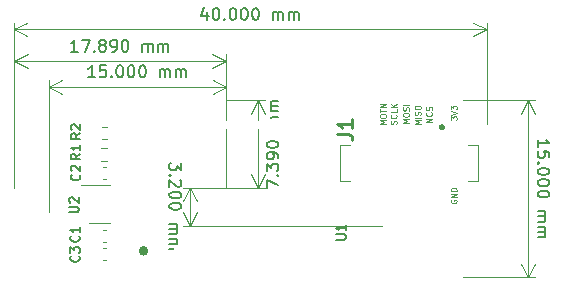
<source format=gto>
%TF.GenerationSoftware,KiCad,Pcbnew,(5.1.4)-1*%
%TF.CreationDate,2025-05-10T17:32:09-04:00*%
%TF.ProjectId,PMW3360,504d5733-3336-4302-9e6b-696361645f70,rev?*%
%TF.SameCoordinates,Original*%
%TF.FileFunction,Legend,Top*%
%TF.FilePolarity,Positive*%
%FSLAX46Y46*%
G04 Gerber Fmt 4.6, Leading zero omitted, Abs format (unit mm)*
G04 Created by KiCad (PCBNEW (5.1.4)-1) date 2025-05-10 17:32:09*
%MOMM*%
%LPD*%
G04 APERTURE LIST*
%ADD10C,0.150000*%
%ADD11C,0.120000*%
%ADD12C,0.100000*%
%ADD13C,0.400000*%
%ADD14C,0.254000*%
%ADD15C,2.200000*%
%ADD16R,0.800000X1.500000*%
%ADD17R,0.600000X1.500000*%
%ADD18C,1.200000*%
%ADD19R,1.200000X1.200000*%
%ADD20R,1.060000X0.650000*%
%ADD21C,0.800000*%
%ADD22C,0.900000*%
G04 APERTURE END LIST*
D10*
X162532380Y-104859285D02*
X162532380Y-104192619D01*
X163532380Y-104621190D01*
X163437142Y-103811666D02*
X163484761Y-103764047D01*
X163532380Y-103811666D01*
X163484761Y-103859285D01*
X163437142Y-103811666D01*
X163532380Y-103811666D01*
X162532380Y-103430714D02*
X162532380Y-102811666D01*
X162913333Y-103145000D01*
X162913333Y-103002142D01*
X162960952Y-102906904D01*
X163008571Y-102859285D01*
X163103809Y-102811666D01*
X163341904Y-102811666D01*
X163437142Y-102859285D01*
X163484761Y-102906904D01*
X163532380Y-103002142D01*
X163532380Y-103287857D01*
X163484761Y-103383095D01*
X163437142Y-103430714D01*
X163532380Y-102335476D02*
X163532380Y-102145000D01*
X163484761Y-102049761D01*
X163437142Y-102002142D01*
X163294285Y-101906904D01*
X163103809Y-101859285D01*
X162722857Y-101859285D01*
X162627619Y-101906904D01*
X162580000Y-101954523D01*
X162532380Y-102049761D01*
X162532380Y-102240238D01*
X162580000Y-102335476D01*
X162627619Y-102383095D01*
X162722857Y-102430714D01*
X162960952Y-102430714D01*
X163056190Y-102383095D01*
X163103809Y-102335476D01*
X163151428Y-102240238D01*
X163151428Y-102049761D01*
X163103809Y-101954523D01*
X163056190Y-101906904D01*
X162960952Y-101859285D01*
X162532380Y-101240238D02*
X162532380Y-101145000D01*
X162580000Y-101049761D01*
X162627619Y-101002142D01*
X162722857Y-100954523D01*
X162913333Y-100906904D01*
X163151428Y-100906904D01*
X163341904Y-100954523D01*
X163437142Y-101002142D01*
X163484761Y-101049761D01*
X163532380Y-101145000D01*
X163532380Y-101240238D01*
X163484761Y-101335476D01*
X163437142Y-101383095D01*
X163341904Y-101430714D01*
X163151428Y-101478333D01*
X162913333Y-101478333D01*
X162722857Y-101430714D01*
X162627619Y-101383095D01*
X162580000Y-101335476D01*
X162532380Y-101240238D01*
X163532380Y-99716428D02*
X162865714Y-99716428D01*
X162960952Y-99716428D02*
X162913333Y-99668809D01*
X162865714Y-99573571D01*
X162865714Y-99430714D01*
X162913333Y-99335476D01*
X163008571Y-99287857D01*
X163532380Y-99287857D01*
X163008571Y-99287857D02*
X162913333Y-99240238D01*
X162865714Y-99145000D01*
X162865714Y-99002142D01*
X162913333Y-98906904D01*
X163008571Y-98859285D01*
X163532380Y-98859285D01*
X163532380Y-98383095D02*
X162865714Y-98383095D01*
X162960952Y-98383095D02*
X162913333Y-98335476D01*
X162865714Y-98240238D01*
X162865714Y-98097380D01*
X162913333Y-98002142D01*
X163008571Y-97954523D01*
X163532380Y-97954523D01*
X163008571Y-97954523D02*
X162913333Y-97906904D01*
X162865714Y-97811666D01*
X162865714Y-97668809D01*
X162913333Y-97573571D01*
X163008571Y-97525952D01*
X163532380Y-97525952D01*
D11*
X161810000Y-104840000D02*
X161810000Y-97450000D01*
X159080000Y-104840000D02*
X162396421Y-104840000D01*
X159080000Y-97450000D02*
X162396421Y-97450000D01*
X161810000Y-97450000D02*
X162396421Y-98576504D01*
X161810000Y-97450000D02*
X161223579Y-98576504D01*
X161810000Y-104840000D02*
X162396421Y-103713496D01*
X161810000Y-104840000D02*
X161223579Y-103713496D01*
D10*
X155297619Y-102745714D02*
X155297619Y-103364761D01*
X154916666Y-103031428D01*
X154916666Y-103174285D01*
X154869047Y-103269523D01*
X154821428Y-103317142D01*
X154726190Y-103364761D01*
X154488095Y-103364761D01*
X154392857Y-103317142D01*
X154345238Y-103269523D01*
X154297619Y-103174285D01*
X154297619Y-102888571D01*
X154345238Y-102793333D01*
X154392857Y-102745714D01*
X154392857Y-103793333D02*
X154345238Y-103840952D01*
X154297619Y-103793333D01*
X154345238Y-103745714D01*
X154392857Y-103793333D01*
X154297619Y-103793333D01*
X155202380Y-104221904D02*
X155250000Y-104269523D01*
X155297619Y-104364761D01*
X155297619Y-104602857D01*
X155250000Y-104698095D01*
X155202380Y-104745714D01*
X155107142Y-104793333D01*
X155011904Y-104793333D01*
X154869047Y-104745714D01*
X154297619Y-104174285D01*
X154297619Y-104793333D01*
X155297619Y-105412380D02*
X155297619Y-105507619D01*
X155250000Y-105602857D01*
X155202380Y-105650476D01*
X155107142Y-105698095D01*
X154916666Y-105745714D01*
X154678571Y-105745714D01*
X154488095Y-105698095D01*
X154392857Y-105650476D01*
X154345238Y-105602857D01*
X154297619Y-105507619D01*
X154297619Y-105412380D01*
X154345238Y-105317142D01*
X154392857Y-105269523D01*
X154488095Y-105221904D01*
X154678571Y-105174285D01*
X154916666Y-105174285D01*
X155107142Y-105221904D01*
X155202380Y-105269523D01*
X155250000Y-105317142D01*
X155297619Y-105412380D01*
X155297619Y-106364761D02*
X155297619Y-106460000D01*
X155250000Y-106555238D01*
X155202380Y-106602857D01*
X155107142Y-106650476D01*
X154916666Y-106698095D01*
X154678571Y-106698095D01*
X154488095Y-106650476D01*
X154392857Y-106602857D01*
X154345238Y-106555238D01*
X154297619Y-106460000D01*
X154297619Y-106364761D01*
X154345238Y-106269523D01*
X154392857Y-106221904D01*
X154488095Y-106174285D01*
X154678571Y-106126666D01*
X154916666Y-106126666D01*
X155107142Y-106174285D01*
X155202380Y-106221904D01*
X155250000Y-106269523D01*
X155297619Y-106364761D01*
X154297619Y-107888571D02*
X154964285Y-107888571D01*
X154869047Y-107888571D02*
X154916666Y-107936190D01*
X154964285Y-108031428D01*
X154964285Y-108174285D01*
X154916666Y-108269523D01*
X154821428Y-108317142D01*
X154297619Y-108317142D01*
X154821428Y-108317142D02*
X154916666Y-108364761D01*
X154964285Y-108460000D01*
X154964285Y-108602857D01*
X154916666Y-108698095D01*
X154821428Y-108745714D01*
X154297619Y-108745714D01*
X154297619Y-109221904D02*
X154964285Y-109221904D01*
X154869047Y-109221904D02*
X154916666Y-109269523D01*
X154964285Y-109364761D01*
X154964285Y-109507619D01*
X154916666Y-109602857D01*
X154821428Y-109650476D01*
X154297619Y-109650476D01*
X154821428Y-109650476D02*
X154916666Y-109698095D01*
X154964285Y-109793333D01*
X154964285Y-109936190D01*
X154916666Y-110031428D01*
X154821428Y-110079047D01*
X154297619Y-110079047D01*
D11*
X156020000Y-104860000D02*
X156020000Y-108060000D01*
X159040000Y-104860000D02*
X155433579Y-104860000D01*
X159040000Y-108060000D02*
X155433579Y-108060000D01*
X156020000Y-108060000D02*
X155433579Y-106933496D01*
X156020000Y-108060000D02*
X156606421Y-106933496D01*
X156020000Y-104860000D02*
X155433579Y-105986504D01*
X156020000Y-104860000D02*
X156606421Y-105986504D01*
X173950000Y-108050000D02*
X157950000Y-108050000D01*
D10*
X148004807Y-95480200D02*
X147433379Y-95479819D01*
X147719093Y-95480010D02*
X147719760Y-94480010D01*
X147624426Y-94622804D01*
X147529125Y-94717978D01*
X147433855Y-94765534D01*
X148910236Y-94480804D02*
X148434045Y-94480486D01*
X148386109Y-94956645D01*
X148433759Y-94909058D01*
X148529029Y-94861502D01*
X148767124Y-94861661D01*
X148862331Y-94909343D01*
X148909918Y-94956994D01*
X148957474Y-95052264D01*
X148957315Y-95290359D01*
X148909632Y-95385566D01*
X148861982Y-95433153D01*
X148766712Y-95480708D01*
X148528617Y-95480550D01*
X148433410Y-95432867D01*
X148385823Y-95385216D01*
X149385823Y-95385883D02*
X149433410Y-95433534D01*
X149385759Y-95481121D01*
X149338172Y-95433470D01*
X149385823Y-95385883D01*
X149385759Y-95481121D01*
X150053092Y-94481566D02*
X150148330Y-94481629D01*
X150243537Y-94529312D01*
X150291124Y-94576963D01*
X150338680Y-94672232D01*
X150386172Y-94862740D01*
X150386013Y-95100835D01*
X150338267Y-95291280D01*
X150290584Y-95386486D01*
X150242934Y-95434073D01*
X150147664Y-95481629D01*
X150052426Y-95481565D01*
X149957219Y-95433883D01*
X149909632Y-95386232D01*
X149862077Y-95290962D01*
X149814585Y-95100454D01*
X149814743Y-94862359D01*
X149862489Y-94671915D01*
X149910172Y-94576709D01*
X149957823Y-94529121D01*
X150053092Y-94481566D01*
X151005473Y-94482201D02*
X151100711Y-94482264D01*
X151195918Y-94529947D01*
X151243505Y-94577597D01*
X151291060Y-94672867D01*
X151338552Y-94863375D01*
X151338394Y-95101470D01*
X151290648Y-95291915D01*
X151242965Y-95387121D01*
X151195314Y-95434708D01*
X151100045Y-95482264D01*
X151004806Y-95482200D01*
X150909600Y-95434518D01*
X150862013Y-95386867D01*
X150814457Y-95291597D01*
X150766965Y-95101089D01*
X150767124Y-94862994D01*
X150814870Y-94672550D01*
X150862553Y-94577343D01*
X150910203Y-94529756D01*
X151005473Y-94482201D01*
X151957854Y-94482836D02*
X152053092Y-94482899D01*
X152148298Y-94530582D01*
X152195886Y-94578232D01*
X152243441Y-94673502D01*
X152290933Y-94864010D01*
X152290774Y-95102105D01*
X152243028Y-95292550D01*
X152195346Y-95387756D01*
X152147695Y-95435343D01*
X152052425Y-95482899D01*
X151957187Y-95482835D01*
X151861981Y-95435153D01*
X151814394Y-95387502D01*
X151766838Y-95292232D01*
X151719346Y-95101724D01*
X151719505Y-94863629D01*
X151767251Y-94673185D01*
X151814933Y-94577978D01*
X151862584Y-94530391D01*
X151957854Y-94482836D01*
X153480996Y-95483851D02*
X153481441Y-94817185D01*
X153481377Y-94912423D02*
X153529028Y-94864835D01*
X153624298Y-94817280D01*
X153767155Y-94817375D01*
X153862361Y-94865058D01*
X153909917Y-94960327D01*
X153909568Y-95484137D01*
X153909917Y-94960327D02*
X153957599Y-94865121D01*
X154052869Y-94817566D01*
X154195726Y-94817661D01*
X154290933Y-94865343D01*
X154338488Y-94960613D01*
X154338139Y-95484423D01*
X154814329Y-95484740D02*
X154814774Y-94818074D01*
X154814710Y-94913312D02*
X154862361Y-94865724D01*
X154957631Y-94818169D01*
X155100488Y-94818264D01*
X155195694Y-94865947D01*
X155243250Y-94961216D01*
X155242901Y-95485026D01*
X155243250Y-94961216D02*
X155290932Y-94866010D01*
X155386202Y-94818455D01*
X155529059Y-94818550D01*
X155624266Y-94866232D01*
X155671821Y-94961502D01*
X155671472Y-95485312D01*
D11*
X159075690Y-96305201D02*
X144075690Y-96295201D01*
X159070000Y-104840000D02*
X159076081Y-95718780D01*
X144070000Y-104830000D02*
X144076081Y-95708780D01*
X144075690Y-96295201D02*
X145202584Y-95709531D01*
X144075690Y-96295201D02*
X145201803Y-96882373D01*
X159075690Y-96305201D02*
X157949577Y-95718029D01*
X159075690Y-96305201D02*
X157948796Y-96890871D01*
X144070000Y-107990000D02*
X144070000Y-101200000D01*
D10*
X146537128Y-93330885D02*
X145965700Y-93331204D01*
X146251414Y-93331044D02*
X146250855Y-92331045D01*
X146155697Y-92473955D01*
X146060512Y-92569246D01*
X145965301Y-92616919D01*
X146869903Y-92330699D02*
X147536569Y-92330326D01*
X147108557Y-93330565D01*
X147918027Y-93234875D02*
X147965673Y-93282467D01*
X147918081Y-93330113D01*
X147870435Y-93282520D01*
X147918027Y-93234875D01*
X147918081Y-93330113D01*
X148536809Y-92758338D02*
X148441544Y-92710772D01*
X148393898Y-92663180D01*
X148346226Y-92567969D01*
X148346199Y-92520350D01*
X148393765Y-92425085D01*
X148441358Y-92377439D01*
X148536569Y-92329767D01*
X148727045Y-92329660D01*
X148822310Y-92377226D01*
X148869956Y-92424819D01*
X148917628Y-92520030D01*
X148917654Y-92567649D01*
X148870089Y-92662914D01*
X148822496Y-92710560D01*
X148727285Y-92758232D01*
X148536809Y-92758338D01*
X148441597Y-92806011D01*
X148394005Y-92853656D01*
X148346439Y-92948921D01*
X148346545Y-93139397D01*
X148394218Y-93234609D01*
X148441863Y-93282201D01*
X148537128Y-93329767D01*
X148727604Y-93329660D01*
X148822816Y-93281988D01*
X148870408Y-93234342D01*
X148917974Y-93139078D01*
X148917867Y-92948602D01*
X148870195Y-92853390D01*
X148822549Y-92805798D01*
X148727285Y-92758232D01*
X149394271Y-93329288D02*
X149584747Y-93329181D01*
X149679958Y-93281509D01*
X149727551Y-93233863D01*
X149822709Y-93090953D01*
X149870222Y-92900450D01*
X149870009Y-92519498D01*
X149822336Y-92424286D01*
X149774691Y-92376694D01*
X149679426Y-92329128D01*
X149488950Y-92329235D01*
X149393738Y-92376907D01*
X149346146Y-92424553D01*
X149298580Y-92519817D01*
X149298713Y-92757912D01*
X149346386Y-92853124D01*
X149394031Y-92900716D01*
X149489296Y-92948282D01*
X149679772Y-92948176D01*
X149774984Y-92900503D01*
X149822576Y-92852858D01*
X149870142Y-92757593D01*
X150488950Y-92328676D02*
X150584188Y-92328622D01*
X150679452Y-92376188D01*
X150727098Y-92423781D01*
X150774770Y-92518992D01*
X150822496Y-92709442D01*
X150822629Y-92947537D01*
X150775116Y-93138040D01*
X150727551Y-93233304D01*
X150679958Y-93280950D01*
X150584747Y-93328622D01*
X150489509Y-93328675D01*
X150394244Y-93281110D01*
X150346598Y-93233517D01*
X150298926Y-93138306D01*
X150251201Y-92947856D01*
X150251067Y-92709761D01*
X150298580Y-92519258D01*
X150346146Y-92423994D01*
X150393738Y-92376348D01*
X150488950Y-92328676D01*
X152013318Y-93327824D02*
X152012945Y-92661157D01*
X152012999Y-92756395D02*
X152060591Y-92708750D01*
X152155802Y-92661077D01*
X152298660Y-92660997D01*
X152393924Y-92708563D01*
X152441597Y-92803775D01*
X152441889Y-93327584D01*
X152441597Y-92803775D02*
X152489162Y-92708510D01*
X152584374Y-92660838D01*
X152727231Y-92660758D01*
X152822496Y-92708324D01*
X152870168Y-92803535D01*
X152870461Y-93327345D01*
X153346651Y-93327078D02*
X153346278Y-92660412D01*
X153346332Y-92755650D02*
X153393924Y-92708004D01*
X153489136Y-92660332D01*
X153631993Y-92660252D01*
X153727257Y-92707818D01*
X153774930Y-92803029D01*
X153775222Y-93326839D01*
X153774930Y-92803029D02*
X153822495Y-92707765D01*
X153917707Y-92660092D01*
X154060564Y-92660013D01*
X154155829Y-92707578D01*
X154203501Y-92802790D01*
X154203794Y-93326599D01*
D11*
X159054014Y-94141508D02*
X141164014Y-94151508D01*
X159060000Y-104850000D02*
X159053686Y-93555087D01*
X141170000Y-104860000D02*
X141163686Y-93565087D01*
X141164014Y-94151508D02*
X142290190Y-93564458D01*
X141164014Y-94151508D02*
X142290845Y-94737299D01*
X159054014Y-94141508D02*
X157927183Y-93555717D01*
X159054014Y-94141508D02*
X157927838Y-94728558D01*
D10*
X157483333Y-89965714D02*
X157483333Y-90632380D01*
X157245238Y-89584761D02*
X157007142Y-90299047D01*
X157626190Y-90299047D01*
X158197619Y-89632380D02*
X158292857Y-89632380D01*
X158388095Y-89680000D01*
X158435714Y-89727619D01*
X158483333Y-89822857D01*
X158530952Y-90013333D01*
X158530952Y-90251428D01*
X158483333Y-90441904D01*
X158435714Y-90537142D01*
X158388095Y-90584761D01*
X158292857Y-90632380D01*
X158197619Y-90632380D01*
X158102380Y-90584761D01*
X158054761Y-90537142D01*
X158007142Y-90441904D01*
X157959523Y-90251428D01*
X157959523Y-90013333D01*
X158007142Y-89822857D01*
X158054761Y-89727619D01*
X158102380Y-89680000D01*
X158197619Y-89632380D01*
X158959523Y-90537142D02*
X159007142Y-90584761D01*
X158959523Y-90632380D01*
X158911904Y-90584761D01*
X158959523Y-90537142D01*
X158959523Y-90632380D01*
X159626190Y-89632380D02*
X159721428Y-89632380D01*
X159816666Y-89680000D01*
X159864285Y-89727619D01*
X159911904Y-89822857D01*
X159959523Y-90013333D01*
X159959523Y-90251428D01*
X159911904Y-90441904D01*
X159864285Y-90537142D01*
X159816666Y-90584761D01*
X159721428Y-90632380D01*
X159626190Y-90632380D01*
X159530952Y-90584761D01*
X159483333Y-90537142D01*
X159435714Y-90441904D01*
X159388095Y-90251428D01*
X159388095Y-90013333D01*
X159435714Y-89822857D01*
X159483333Y-89727619D01*
X159530952Y-89680000D01*
X159626190Y-89632380D01*
X160578571Y-89632380D02*
X160673809Y-89632380D01*
X160769047Y-89680000D01*
X160816666Y-89727619D01*
X160864285Y-89822857D01*
X160911904Y-90013333D01*
X160911904Y-90251428D01*
X160864285Y-90441904D01*
X160816666Y-90537142D01*
X160769047Y-90584761D01*
X160673809Y-90632380D01*
X160578571Y-90632380D01*
X160483333Y-90584761D01*
X160435714Y-90537142D01*
X160388095Y-90441904D01*
X160340476Y-90251428D01*
X160340476Y-90013333D01*
X160388095Y-89822857D01*
X160435714Y-89727619D01*
X160483333Y-89680000D01*
X160578571Y-89632380D01*
X161530952Y-89632380D02*
X161626190Y-89632380D01*
X161721428Y-89680000D01*
X161769047Y-89727619D01*
X161816666Y-89822857D01*
X161864285Y-90013333D01*
X161864285Y-90251428D01*
X161816666Y-90441904D01*
X161769047Y-90537142D01*
X161721428Y-90584761D01*
X161626190Y-90632380D01*
X161530952Y-90632380D01*
X161435714Y-90584761D01*
X161388095Y-90537142D01*
X161340476Y-90441904D01*
X161292857Y-90251428D01*
X161292857Y-90013333D01*
X161340476Y-89822857D01*
X161388095Y-89727619D01*
X161435714Y-89680000D01*
X161530952Y-89632380D01*
X163054761Y-90632380D02*
X163054761Y-89965714D01*
X163054761Y-90060952D02*
X163102380Y-90013333D01*
X163197619Y-89965714D01*
X163340476Y-89965714D01*
X163435714Y-90013333D01*
X163483333Y-90108571D01*
X163483333Y-90632380D01*
X163483333Y-90108571D02*
X163530952Y-90013333D01*
X163626190Y-89965714D01*
X163769047Y-89965714D01*
X163864285Y-90013333D01*
X163911904Y-90108571D01*
X163911904Y-90632380D01*
X164388095Y-90632380D02*
X164388095Y-89965714D01*
X164388095Y-90060952D02*
X164435714Y-90013333D01*
X164530952Y-89965714D01*
X164673809Y-89965714D01*
X164769047Y-90013333D01*
X164816666Y-90108571D01*
X164816666Y-90632380D01*
X164816666Y-90108571D02*
X164864285Y-90013333D01*
X164959523Y-89965714D01*
X165102380Y-89965714D01*
X165197619Y-90013333D01*
X165245238Y-90108571D01*
X165245238Y-90632380D01*
D11*
X141150000Y-91450000D02*
X181150000Y-91450000D01*
X141150000Y-99450000D02*
X141150000Y-90863579D01*
X181150000Y-99450000D02*
X181150000Y-90863579D01*
X181150000Y-91450000D02*
X180023496Y-92036421D01*
X181150000Y-91450000D02*
X180023496Y-90863579D01*
X141150000Y-91450000D02*
X142276504Y-92036421D01*
X141150000Y-91450000D02*
X142276504Y-90863579D01*
D10*
X185467615Y-101378571D02*
X185467615Y-100807142D01*
X185467615Y-101092857D02*
X186467615Y-101092857D01*
X186324757Y-100997619D01*
X186229519Y-100902380D01*
X186181900Y-100807142D01*
X186467615Y-102283333D02*
X186467615Y-101807142D01*
X185991424Y-101759523D01*
X186039043Y-101807142D01*
X186086662Y-101902380D01*
X186086662Y-102140476D01*
X186039043Y-102235714D01*
X185991424Y-102283333D01*
X185896186Y-102330952D01*
X185658091Y-102330952D01*
X185562853Y-102283333D01*
X185515234Y-102235714D01*
X185467615Y-102140476D01*
X185467615Y-101902380D01*
X185515234Y-101807142D01*
X185562853Y-101759523D01*
X185562853Y-102759523D02*
X185515234Y-102807142D01*
X185467615Y-102759523D01*
X185515234Y-102711904D01*
X185562853Y-102759523D01*
X185467615Y-102759523D01*
X186467615Y-103426190D02*
X186467615Y-103521428D01*
X186419996Y-103616666D01*
X186372376Y-103664285D01*
X186277138Y-103711904D01*
X186086662Y-103759523D01*
X185848567Y-103759523D01*
X185658091Y-103711904D01*
X185562853Y-103664285D01*
X185515234Y-103616666D01*
X185467615Y-103521428D01*
X185467615Y-103426190D01*
X185515234Y-103330952D01*
X185562853Y-103283333D01*
X185658091Y-103235714D01*
X185848567Y-103188095D01*
X186086662Y-103188095D01*
X186277138Y-103235714D01*
X186372376Y-103283333D01*
X186419996Y-103330952D01*
X186467615Y-103426190D01*
X186467615Y-104378571D02*
X186467615Y-104473809D01*
X186419996Y-104569047D01*
X186372376Y-104616666D01*
X186277138Y-104664285D01*
X186086662Y-104711904D01*
X185848567Y-104711904D01*
X185658091Y-104664285D01*
X185562853Y-104616666D01*
X185515234Y-104569047D01*
X185467615Y-104473809D01*
X185467615Y-104378571D01*
X185515234Y-104283333D01*
X185562853Y-104235714D01*
X185658091Y-104188095D01*
X185848567Y-104140476D01*
X186086662Y-104140476D01*
X186277138Y-104188095D01*
X186372376Y-104235714D01*
X186419996Y-104283333D01*
X186467615Y-104378571D01*
X186467615Y-105330952D02*
X186467615Y-105426190D01*
X186419996Y-105521428D01*
X186372376Y-105569047D01*
X186277138Y-105616666D01*
X186086662Y-105664285D01*
X185848567Y-105664285D01*
X185658091Y-105616666D01*
X185562853Y-105569047D01*
X185515234Y-105521428D01*
X185467615Y-105426190D01*
X185467615Y-105330952D01*
X185515234Y-105235714D01*
X185562853Y-105188095D01*
X185658091Y-105140476D01*
X185848567Y-105092857D01*
X186086662Y-105092857D01*
X186277138Y-105140476D01*
X186372376Y-105188095D01*
X186419996Y-105235714D01*
X186467615Y-105330952D01*
X185467615Y-106854761D02*
X186134281Y-106854761D01*
X186039043Y-106854761D02*
X186086662Y-106902380D01*
X186134281Y-106997619D01*
X186134281Y-107140476D01*
X186086662Y-107235714D01*
X185991424Y-107283333D01*
X185467615Y-107283333D01*
X185991424Y-107283333D02*
X186086662Y-107330952D01*
X186134281Y-107426190D01*
X186134281Y-107569047D01*
X186086662Y-107664285D01*
X185991424Y-107711904D01*
X185467615Y-107711904D01*
X185467615Y-108188095D02*
X186134281Y-108188095D01*
X186039043Y-108188095D02*
X186086662Y-108235714D01*
X186134281Y-108330952D01*
X186134281Y-108473809D01*
X186086662Y-108569047D01*
X185991424Y-108616666D01*
X185467615Y-108616666D01*
X185991424Y-108616666D02*
X186086662Y-108664285D01*
X186134281Y-108759523D01*
X186134281Y-108902380D01*
X186086662Y-108997619D01*
X185991424Y-109045238D01*
X185467615Y-109045238D01*
D11*
X184649996Y-97450000D02*
X184649996Y-112450000D01*
X179150000Y-97450000D02*
X185236417Y-97450000D01*
X179150000Y-112450000D02*
X185236417Y-112450000D01*
X184649996Y-112450000D02*
X184063575Y-111323496D01*
X184649996Y-112450000D02*
X185236417Y-111323496D01*
X184649996Y-97450000D02*
X184063575Y-98576504D01*
X184649996Y-97450000D02*
X185236417Y-98576504D01*
D12*
X176526190Y-99280952D02*
X176026190Y-99280952D01*
X176526190Y-98995238D01*
X176026190Y-98995238D01*
X176478571Y-98471428D02*
X176502380Y-98495238D01*
X176526190Y-98566666D01*
X176526190Y-98614285D01*
X176502380Y-98685714D01*
X176454761Y-98733333D01*
X176407142Y-98757142D01*
X176311904Y-98780952D01*
X176240476Y-98780952D01*
X176145238Y-98757142D01*
X176097619Y-98733333D01*
X176050000Y-98685714D01*
X176026190Y-98614285D01*
X176026190Y-98566666D01*
X176050000Y-98495238D01*
X176073809Y-98471428D01*
X176502380Y-98280952D02*
X176526190Y-98209523D01*
X176526190Y-98090476D01*
X176502380Y-98042857D01*
X176478571Y-98019047D01*
X176430952Y-97995238D01*
X176383333Y-97995238D01*
X176335714Y-98019047D01*
X176311904Y-98042857D01*
X176288095Y-98090476D01*
X176264285Y-98185714D01*
X176240476Y-98233333D01*
X176216666Y-98257142D01*
X176169047Y-98280952D01*
X176121428Y-98280952D01*
X176073809Y-98257142D01*
X176050000Y-98233333D01*
X176026190Y-98185714D01*
X176026190Y-98066666D01*
X176050000Y-97995238D01*
X178126190Y-99119047D02*
X178126190Y-98809523D01*
X178316666Y-98976190D01*
X178316666Y-98904761D01*
X178340476Y-98857142D01*
X178364285Y-98833333D01*
X178411904Y-98809523D01*
X178530952Y-98809523D01*
X178578571Y-98833333D01*
X178602380Y-98857142D01*
X178626190Y-98904761D01*
X178626190Y-99047619D01*
X178602380Y-99095238D01*
X178578571Y-99119047D01*
X178126190Y-98666666D02*
X178626190Y-98500000D01*
X178126190Y-98333333D01*
X178126190Y-98214285D02*
X178126190Y-97904761D01*
X178316666Y-98071428D01*
X178316666Y-98000000D01*
X178340476Y-97952380D01*
X178364285Y-97928571D01*
X178411904Y-97904761D01*
X178530952Y-97904761D01*
X178578571Y-97928571D01*
X178602380Y-97952380D01*
X178626190Y-98000000D01*
X178626190Y-98142857D01*
X178602380Y-98190476D01*
X178578571Y-98214285D01*
X178150000Y-105880952D02*
X178126190Y-105928571D01*
X178126190Y-106000000D01*
X178150000Y-106071428D01*
X178197619Y-106119047D01*
X178245238Y-106142857D01*
X178340476Y-106166666D01*
X178411904Y-106166666D01*
X178507142Y-106142857D01*
X178554761Y-106119047D01*
X178602380Y-106071428D01*
X178626190Y-106000000D01*
X178626190Y-105952380D01*
X178602380Y-105880952D01*
X178578571Y-105857142D01*
X178411904Y-105857142D01*
X178411904Y-105952380D01*
X178626190Y-105642857D02*
X178126190Y-105642857D01*
X178626190Y-105357142D01*
X178126190Y-105357142D01*
X178626190Y-105119047D02*
X178126190Y-105119047D01*
X178126190Y-105000000D01*
X178150000Y-104928571D01*
X178197619Y-104880952D01*
X178245238Y-104857142D01*
X178340476Y-104833333D01*
X178411904Y-104833333D01*
X178507142Y-104857142D01*
X178554761Y-104880952D01*
X178602380Y-104928571D01*
X178626190Y-105000000D01*
X178626190Y-105119047D01*
X174576190Y-99385714D02*
X174076190Y-99385714D01*
X174433333Y-99219047D01*
X174076190Y-99052380D01*
X174576190Y-99052380D01*
X174076190Y-98719047D02*
X174076190Y-98623809D01*
X174100000Y-98576190D01*
X174147619Y-98528571D01*
X174242857Y-98504761D01*
X174409523Y-98504761D01*
X174504761Y-98528571D01*
X174552380Y-98576190D01*
X174576190Y-98623809D01*
X174576190Y-98719047D01*
X174552380Y-98766666D01*
X174504761Y-98814285D01*
X174409523Y-98838095D01*
X174242857Y-98838095D01*
X174147619Y-98814285D01*
X174100000Y-98766666D01*
X174076190Y-98719047D01*
X174552380Y-98314285D02*
X174576190Y-98242857D01*
X174576190Y-98123809D01*
X174552380Y-98076190D01*
X174528571Y-98052380D01*
X174480952Y-98028571D01*
X174433333Y-98028571D01*
X174385714Y-98052380D01*
X174361904Y-98076190D01*
X174338095Y-98123809D01*
X174314285Y-98219047D01*
X174290476Y-98266666D01*
X174266666Y-98290476D01*
X174219047Y-98314285D01*
X174171428Y-98314285D01*
X174123809Y-98290476D01*
X174100000Y-98266666D01*
X174076190Y-98219047D01*
X174076190Y-98100000D01*
X174100000Y-98028571D01*
X174576190Y-97814285D02*
X174076190Y-97814285D01*
X175576190Y-99485714D02*
X175076190Y-99485714D01*
X175433333Y-99319047D01*
X175076190Y-99152380D01*
X175576190Y-99152380D01*
X175576190Y-98914285D02*
X175076190Y-98914285D01*
X175552380Y-98700000D02*
X175576190Y-98628571D01*
X175576190Y-98509523D01*
X175552380Y-98461904D01*
X175528571Y-98438095D01*
X175480952Y-98414285D01*
X175433333Y-98414285D01*
X175385714Y-98438095D01*
X175361904Y-98461904D01*
X175338095Y-98509523D01*
X175314285Y-98604761D01*
X175290476Y-98652380D01*
X175266666Y-98676190D01*
X175219047Y-98700000D01*
X175171428Y-98700000D01*
X175123809Y-98676190D01*
X175100000Y-98652380D01*
X175076190Y-98604761D01*
X175076190Y-98485714D01*
X175100000Y-98414285D01*
X175076190Y-98104761D02*
X175076190Y-98009523D01*
X175100000Y-97961904D01*
X175147619Y-97914285D01*
X175242857Y-97890476D01*
X175409523Y-97890476D01*
X175504761Y-97914285D01*
X175552380Y-97961904D01*
X175576190Y-98009523D01*
X175576190Y-98104761D01*
X175552380Y-98152380D01*
X175504761Y-98200000D01*
X175409523Y-98223809D01*
X175242857Y-98223809D01*
X175147619Y-98200000D01*
X175100000Y-98152380D01*
X175076190Y-98104761D01*
X172626190Y-99480952D02*
X172126190Y-99480952D01*
X172483333Y-99314285D01*
X172126190Y-99147619D01*
X172626190Y-99147619D01*
X172126190Y-98814285D02*
X172126190Y-98719047D01*
X172150000Y-98671428D01*
X172197619Y-98623809D01*
X172292857Y-98600000D01*
X172459523Y-98600000D01*
X172554761Y-98623809D01*
X172602380Y-98671428D01*
X172626190Y-98719047D01*
X172626190Y-98814285D01*
X172602380Y-98861904D01*
X172554761Y-98909523D01*
X172459523Y-98933333D01*
X172292857Y-98933333D01*
X172197619Y-98909523D01*
X172150000Y-98861904D01*
X172126190Y-98814285D01*
X172126190Y-98457142D02*
X172126190Y-98171428D01*
X172626190Y-98314285D02*
X172126190Y-98314285D01*
X172626190Y-98004761D02*
X172126190Y-98004761D01*
X172626190Y-97719047D01*
X172126190Y-97719047D01*
X173502380Y-99445238D02*
X173526190Y-99373809D01*
X173526190Y-99254761D01*
X173502380Y-99207142D01*
X173478571Y-99183333D01*
X173430952Y-99159523D01*
X173383333Y-99159523D01*
X173335714Y-99183333D01*
X173311904Y-99207142D01*
X173288095Y-99254761D01*
X173264285Y-99350000D01*
X173240476Y-99397619D01*
X173216666Y-99421428D01*
X173169047Y-99445238D01*
X173121428Y-99445238D01*
X173073809Y-99421428D01*
X173050000Y-99397619D01*
X173026190Y-99350000D01*
X173026190Y-99230952D01*
X173050000Y-99159523D01*
X173478571Y-98659523D02*
X173502380Y-98683333D01*
X173526190Y-98754761D01*
X173526190Y-98802380D01*
X173502380Y-98873809D01*
X173454761Y-98921428D01*
X173407142Y-98945238D01*
X173311904Y-98969047D01*
X173240476Y-98969047D01*
X173145238Y-98945238D01*
X173097619Y-98921428D01*
X173050000Y-98873809D01*
X173026190Y-98802380D01*
X173026190Y-98754761D01*
X173050000Y-98683333D01*
X173073809Y-98659523D01*
X173526190Y-98207142D02*
X173526190Y-98445238D01*
X173026190Y-98445238D01*
X173526190Y-98040476D02*
X173026190Y-98040476D01*
X173526190Y-97754761D02*
X173240476Y-97969047D01*
X173026190Y-97754761D02*
X173311904Y-98040476D01*
D13*
X177300000Y-99700000D02*
G75*
G02X177400000Y-99700000I50000J0D01*
G01*
X177400000Y-99700000D02*
G75*
G02X177300000Y-99700000I-50000J0D01*
G01*
X177400000Y-99700000D02*
X177400000Y-99700000D01*
X177300000Y-99700000D02*
X177300000Y-99700000D01*
D12*
X168750000Y-101250000D02*
X169600000Y-101250000D01*
X168750000Y-104250000D02*
X168750000Y-101250000D01*
X169600000Y-104250000D02*
X168750000Y-104250000D01*
X180450000Y-101250000D02*
X179600000Y-101250000D01*
X180450000Y-104250000D02*
X180450000Y-101250000D01*
X179600000Y-104250000D02*
X180450000Y-104250000D01*
D13*
X152300000Y-110200000D02*
G75*
G03X152300000Y-110200000I-200000J0D01*
G01*
D11*
X147455000Y-107860000D02*
X149255000Y-107860000D01*
X149255000Y-104640000D02*
X146805000Y-104640000D01*
X148562742Y-99677500D02*
X149037258Y-99677500D01*
X148562742Y-100722500D02*
X149037258Y-100722500D01*
X148537742Y-101527500D02*
X149012258Y-101527500D01*
X148537742Y-102572500D02*
X149012258Y-102572500D01*
X148915580Y-110960000D02*
X148634420Y-110960000D01*
X148915580Y-109940000D02*
X148634420Y-109940000D01*
X148915580Y-104110000D02*
X148634420Y-104110000D01*
X148915580Y-103090000D02*
X148634420Y-103090000D01*
X148915580Y-109410000D02*
X148634420Y-109410000D01*
X148915580Y-108390000D02*
X148634420Y-108390000D01*
D14*
X168504523Y-100323333D02*
X169411666Y-100323333D01*
X169593095Y-100383809D01*
X169714047Y-100504761D01*
X169774523Y-100686190D01*
X169774523Y-100807142D01*
X169774523Y-99053333D02*
X169774523Y-99779047D01*
X169774523Y-99416190D02*
X168504523Y-99416190D01*
X168685952Y-99537142D01*
X168806904Y-99658095D01*
X168867380Y-99779047D01*
D10*
X168411904Y-109259523D02*
X169059523Y-109259523D01*
X169135714Y-109221428D01*
X169173809Y-109183333D01*
X169211904Y-109107142D01*
X169211904Y-108954761D01*
X169173809Y-108878571D01*
X169135714Y-108840476D01*
X169059523Y-108802380D01*
X168411904Y-108802380D01*
X169211904Y-108002380D02*
X169211904Y-108459523D01*
X169211904Y-108230952D02*
X168411904Y-108230952D01*
X168526190Y-108307142D01*
X168602380Y-108383333D01*
X168640476Y-108459523D01*
X145811904Y-106909523D02*
X146459523Y-106909523D01*
X146535714Y-106871428D01*
X146573809Y-106833333D01*
X146611904Y-106757142D01*
X146611904Y-106604761D01*
X146573809Y-106528571D01*
X146535714Y-106490476D01*
X146459523Y-106452380D01*
X145811904Y-106452380D01*
X145888095Y-106109523D02*
X145850000Y-106071428D01*
X145811904Y-105995238D01*
X145811904Y-105804761D01*
X145850000Y-105728571D01*
X145888095Y-105690476D01*
X145964285Y-105652380D01*
X146040476Y-105652380D01*
X146154761Y-105690476D01*
X146611904Y-106147619D01*
X146611904Y-105652380D01*
X146761904Y-100233333D02*
X146380952Y-100500000D01*
X146761904Y-100690476D02*
X145961904Y-100690476D01*
X145961904Y-100385714D01*
X146000000Y-100309523D01*
X146038095Y-100271428D01*
X146114285Y-100233333D01*
X146228571Y-100233333D01*
X146304761Y-100271428D01*
X146342857Y-100309523D01*
X146380952Y-100385714D01*
X146380952Y-100690476D01*
X146038095Y-99928571D02*
X146000000Y-99890476D01*
X145961904Y-99814285D01*
X145961904Y-99623809D01*
X146000000Y-99547619D01*
X146038095Y-99509523D01*
X146114285Y-99471428D01*
X146190476Y-99471428D01*
X146304761Y-99509523D01*
X146761904Y-99966666D01*
X146761904Y-99471428D01*
X146761904Y-101983333D02*
X146380952Y-102250000D01*
X146761904Y-102440476D02*
X145961904Y-102440476D01*
X145961904Y-102135714D01*
X146000000Y-102059523D01*
X146038095Y-102021428D01*
X146114285Y-101983333D01*
X146228571Y-101983333D01*
X146304761Y-102021428D01*
X146342857Y-102059523D01*
X146380952Y-102135714D01*
X146380952Y-102440476D01*
X146761904Y-101221428D02*
X146761904Y-101678571D01*
X146761904Y-101450000D02*
X145961904Y-101450000D01*
X146076190Y-101526190D01*
X146152380Y-101602380D01*
X146190476Y-101678571D01*
X146635714Y-110633333D02*
X146673809Y-110671428D01*
X146711904Y-110785714D01*
X146711904Y-110861904D01*
X146673809Y-110976190D01*
X146597619Y-111052380D01*
X146521428Y-111090476D01*
X146369047Y-111128571D01*
X146254761Y-111128571D01*
X146102380Y-111090476D01*
X146026190Y-111052380D01*
X145950000Y-110976190D01*
X145911904Y-110861904D01*
X145911904Y-110785714D01*
X145950000Y-110671428D01*
X145988095Y-110633333D01*
X145911904Y-110366666D02*
X145911904Y-109871428D01*
X146216666Y-110138095D01*
X146216666Y-110023809D01*
X146254761Y-109947619D01*
X146292857Y-109909523D01*
X146369047Y-109871428D01*
X146559523Y-109871428D01*
X146635714Y-109909523D01*
X146673809Y-109947619D01*
X146711904Y-110023809D01*
X146711904Y-110252380D01*
X146673809Y-110328571D01*
X146635714Y-110366666D01*
X146685714Y-103733333D02*
X146723809Y-103771428D01*
X146761904Y-103885714D01*
X146761904Y-103961904D01*
X146723809Y-104076190D01*
X146647619Y-104152380D01*
X146571428Y-104190476D01*
X146419047Y-104228571D01*
X146304761Y-104228571D01*
X146152380Y-104190476D01*
X146076190Y-104152380D01*
X146000000Y-104076190D01*
X145961904Y-103961904D01*
X145961904Y-103885714D01*
X146000000Y-103771428D01*
X146038095Y-103733333D01*
X146038095Y-103428571D02*
X146000000Y-103390476D01*
X145961904Y-103314285D01*
X145961904Y-103123809D01*
X146000000Y-103047619D01*
X146038095Y-103009523D01*
X146114285Y-102971428D01*
X146190476Y-102971428D01*
X146304761Y-103009523D01*
X146761904Y-103466666D01*
X146761904Y-102971428D01*
X146635714Y-108933333D02*
X146673809Y-108971428D01*
X146711904Y-109085714D01*
X146711904Y-109161904D01*
X146673809Y-109276190D01*
X146597619Y-109352380D01*
X146521428Y-109390476D01*
X146369047Y-109428571D01*
X146254761Y-109428571D01*
X146102380Y-109390476D01*
X146026190Y-109352380D01*
X145950000Y-109276190D01*
X145911904Y-109161904D01*
X145911904Y-109085714D01*
X145950000Y-108971428D01*
X145988095Y-108933333D01*
X146711904Y-108171428D02*
X146711904Y-108628571D01*
X146711904Y-108400000D02*
X145911904Y-108400000D01*
X146026190Y-108476190D01*
X146102380Y-108552380D01*
X146140476Y-108628571D01*
%LPC*%
D15*
X144060000Y-108050000D03*
X173490000Y-108100000D03*
D16*
X170850000Y-103800000D03*
X170850000Y-101000000D03*
X178350000Y-103800000D03*
X178350000Y-101000000D03*
D17*
X171850000Y-103800000D03*
X172350000Y-101000000D03*
X172850000Y-103800000D03*
X173350000Y-101000000D03*
X173850000Y-103800000D03*
X174350000Y-101000000D03*
X174850000Y-103800000D03*
X175350000Y-101000000D03*
X175850000Y-103800000D03*
X176350000Y-101000000D03*
X176850000Y-103800000D03*
X177350000Y-101000000D03*
D18*
X166750000Y-99500000D03*
X164970000Y-99500000D03*
X163190000Y-99500000D03*
X161410000Y-99500000D03*
X159630000Y-99500000D03*
X157850000Y-99500000D03*
X156070000Y-99500000D03*
X154290000Y-99500000D03*
X165860000Y-110200000D03*
X164080000Y-110200000D03*
X162300000Y-110200000D03*
X160520000Y-110200000D03*
X158740000Y-110200000D03*
X156960000Y-110200000D03*
X155180000Y-110200000D03*
D19*
X153400000Y-110200000D03*
D20*
X149455000Y-105300000D03*
X149455000Y-107200000D03*
X147255000Y-107200000D03*
X147255000Y-106250000D03*
X147255000Y-105300000D03*
D12*
G36*
X149844603Y-99725963D02*
G01*
X149864018Y-99728843D01*
X149883057Y-99733612D01*
X149901537Y-99740224D01*
X149919279Y-99748616D01*
X149936114Y-99758706D01*
X149951879Y-99770398D01*
X149966421Y-99783579D01*
X149979602Y-99798121D01*
X149991294Y-99813886D01*
X150001384Y-99830721D01*
X150009776Y-99848463D01*
X150016388Y-99866943D01*
X150021157Y-99885982D01*
X150024037Y-99905397D01*
X150025000Y-99925000D01*
X150025000Y-100475000D01*
X150024037Y-100494603D01*
X150021157Y-100514018D01*
X150016388Y-100533057D01*
X150009776Y-100551537D01*
X150001384Y-100569279D01*
X149991294Y-100586114D01*
X149979602Y-100601879D01*
X149966421Y-100616421D01*
X149951879Y-100629602D01*
X149936114Y-100641294D01*
X149919279Y-100651384D01*
X149901537Y-100659776D01*
X149883057Y-100666388D01*
X149864018Y-100671157D01*
X149844603Y-100674037D01*
X149825000Y-100675000D01*
X149425000Y-100675000D01*
X149405397Y-100674037D01*
X149385982Y-100671157D01*
X149366943Y-100666388D01*
X149348463Y-100659776D01*
X149330721Y-100651384D01*
X149313886Y-100641294D01*
X149298121Y-100629602D01*
X149283579Y-100616421D01*
X149270398Y-100601879D01*
X149258706Y-100586114D01*
X149248616Y-100569279D01*
X149240224Y-100551537D01*
X149233612Y-100533057D01*
X149228843Y-100514018D01*
X149225963Y-100494603D01*
X149225000Y-100475000D01*
X149225000Y-99925000D01*
X149225963Y-99905397D01*
X149228843Y-99885982D01*
X149233612Y-99866943D01*
X149240224Y-99848463D01*
X149248616Y-99830721D01*
X149258706Y-99813886D01*
X149270398Y-99798121D01*
X149283579Y-99783579D01*
X149298121Y-99770398D01*
X149313886Y-99758706D01*
X149330721Y-99748616D01*
X149348463Y-99740224D01*
X149366943Y-99733612D01*
X149385982Y-99728843D01*
X149405397Y-99725963D01*
X149425000Y-99725000D01*
X149825000Y-99725000D01*
X149844603Y-99725963D01*
X149844603Y-99725963D01*
G37*
D21*
X149625000Y-100200000D03*
D12*
G36*
X148194603Y-99725963D02*
G01*
X148214018Y-99728843D01*
X148233057Y-99733612D01*
X148251537Y-99740224D01*
X148269279Y-99748616D01*
X148286114Y-99758706D01*
X148301879Y-99770398D01*
X148316421Y-99783579D01*
X148329602Y-99798121D01*
X148341294Y-99813886D01*
X148351384Y-99830721D01*
X148359776Y-99848463D01*
X148366388Y-99866943D01*
X148371157Y-99885982D01*
X148374037Y-99905397D01*
X148375000Y-99925000D01*
X148375000Y-100475000D01*
X148374037Y-100494603D01*
X148371157Y-100514018D01*
X148366388Y-100533057D01*
X148359776Y-100551537D01*
X148351384Y-100569279D01*
X148341294Y-100586114D01*
X148329602Y-100601879D01*
X148316421Y-100616421D01*
X148301879Y-100629602D01*
X148286114Y-100641294D01*
X148269279Y-100651384D01*
X148251537Y-100659776D01*
X148233057Y-100666388D01*
X148214018Y-100671157D01*
X148194603Y-100674037D01*
X148175000Y-100675000D01*
X147775000Y-100675000D01*
X147755397Y-100674037D01*
X147735982Y-100671157D01*
X147716943Y-100666388D01*
X147698463Y-100659776D01*
X147680721Y-100651384D01*
X147663886Y-100641294D01*
X147648121Y-100629602D01*
X147633579Y-100616421D01*
X147620398Y-100601879D01*
X147608706Y-100586114D01*
X147598616Y-100569279D01*
X147590224Y-100551537D01*
X147583612Y-100533057D01*
X147578843Y-100514018D01*
X147575963Y-100494603D01*
X147575000Y-100475000D01*
X147575000Y-99925000D01*
X147575963Y-99905397D01*
X147578843Y-99885982D01*
X147583612Y-99866943D01*
X147590224Y-99848463D01*
X147598616Y-99830721D01*
X147608706Y-99813886D01*
X147620398Y-99798121D01*
X147633579Y-99783579D01*
X147648121Y-99770398D01*
X147663886Y-99758706D01*
X147680721Y-99748616D01*
X147698463Y-99740224D01*
X147716943Y-99733612D01*
X147735982Y-99728843D01*
X147755397Y-99725963D01*
X147775000Y-99725000D01*
X148175000Y-99725000D01*
X148194603Y-99725963D01*
X148194603Y-99725963D01*
G37*
D21*
X147975000Y-100200000D03*
D12*
G36*
X149819603Y-101575963D02*
G01*
X149839018Y-101578843D01*
X149858057Y-101583612D01*
X149876537Y-101590224D01*
X149894279Y-101598616D01*
X149911114Y-101608706D01*
X149926879Y-101620398D01*
X149941421Y-101633579D01*
X149954602Y-101648121D01*
X149966294Y-101663886D01*
X149976384Y-101680721D01*
X149984776Y-101698463D01*
X149991388Y-101716943D01*
X149996157Y-101735982D01*
X149999037Y-101755397D01*
X150000000Y-101775000D01*
X150000000Y-102325000D01*
X149999037Y-102344603D01*
X149996157Y-102364018D01*
X149991388Y-102383057D01*
X149984776Y-102401537D01*
X149976384Y-102419279D01*
X149966294Y-102436114D01*
X149954602Y-102451879D01*
X149941421Y-102466421D01*
X149926879Y-102479602D01*
X149911114Y-102491294D01*
X149894279Y-102501384D01*
X149876537Y-102509776D01*
X149858057Y-102516388D01*
X149839018Y-102521157D01*
X149819603Y-102524037D01*
X149800000Y-102525000D01*
X149400000Y-102525000D01*
X149380397Y-102524037D01*
X149360982Y-102521157D01*
X149341943Y-102516388D01*
X149323463Y-102509776D01*
X149305721Y-102501384D01*
X149288886Y-102491294D01*
X149273121Y-102479602D01*
X149258579Y-102466421D01*
X149245398Y-102451879D01*
X149233706Y-102436114D01*
X149223616Y-102419279D01*
X149215224Y-102401537D01*
X149208612Y-102383057D01*
X149203843Y-102364018D01*
X149200963Y-102344603D01*
X149200000Y-102325000D01*
X149200000Y-101775000D01*
X149200963Y-101755397D01*
X149203843Y-101735982D01*
X149208612Y-101716943D01*
X149215224Y-101698463D01*
X149223616Y-101680721D01*
X149233706Y-101663886D01*
X149245398Y-101648121D01*
X149258579Y-101633579D01*
X149273121Y-101620398D01*
X149288886Y-101608706D01*
X149305721Y-101598616D01*
X149323463Y-101590224D01*
X149341943Y-101583612D01*
X149360982Y-101578843D01*
X149380397Y-101575963D01*
X149400000Y-101575000D01*
X149800000Y-101575000D01*
X149819603Y-101575963D01*
X149819603Y-101575963D01*
G37*
D21*
X149600000Y-102050000D03*
D12*
G36*
X148169603Y-101575963D02*
G01*
X148189018Y-101578843D01*
X148208057Y-101583612D01*
X148226537Y-101590224D01*
X148244279Y-101598616D01*
X148261114Y-101608706D01*
X148276879Y-101620398D01*
X148291421Y-101633579D01*
X148304602Y-101648121D01*
X148316294Y-101663886D01*
X148326384Y-101680721D01*
X148334776Y-101698463D01*
X148341388Y-101716943D01*
X148346157Y-101735982D01*
X148349037Y-101755397D01*
X148350000Y-101775000D01*
X148350000Y-102325000D01*
X148349037Y-102344603D01*
X148346157Y-102364018D01*
X148341388Y-102383057D01*
X148334776Y-102401537D01*
X148326384Y-102419279D01*
X148316294Y-102436114D01*
X148304602Y-102451879D01*
X148291421Y-102466421D01*
X148276879Y-102479602D01*
X148261114Y-102491294D01*
X148244279Y-102501384D01*
X148226537Y-102509776D01*
X148208057Y-102516388D01*
X148189018Y-102521157D01*
X148169603Y-102524037D01*
X148150000Y-102525000D01*
X147750000Y-102525000D01*
X147730397Y-102524037D01*
X147710982Y-102521157D01*
X147691943Y-102516388D01*
X147673463Y-102509776D01*
X147655721Y-102501384D01*
X147638886Y-102491294D01*
X147623121Y-102479602D01*
X147608579Y-102466421D01*
X147595398Y-102451879D01*
X147583706Y-102436114D01*
X147573616Y-102419279D01*
X147565224Y-102401537D01*
X147558612Y-102383057D01*
X147553843Y-102364018D01*
X147550963Y-102344603D01*
X147550000Y-102325000D01*
X147550000Y-101775000D01*
X147550963Y-101755397D01*
X147553843Y-101735982D01*
X147558612Y-101716943D01*
X147565224Y-101698463D01*
X147573616Y-101680721D01*
X147583706Y-101663886D01*
X147595398Y-101648121D01*
X147608579Y-101633579D01*
X147623121Y-101620398D01*
X147638886Y-101608706D01*
X147655721Y-101598616D01*
X147673463Y-101590224D01*
X147691943Y-101583612D01*
X147710982Y-101578843D01*
X147730397Y-101575963D01*
X147750000Y-101575000D01*
X148150000Y-101575000D01*
X148169603Y-101575963D01*
X148169603Y-101575963D01*
G37*
D21*
X147950000Y-102050000D03*
D12*
G36*
X148247054Y-109976083D02*
G01*
X148268895Y-109979323D01*
X148290314Y-109984688D01*
X148311104Y-109992127D01*
X148331064Y-110001568D01*
X148350003Y-110012919D01*
X148367738Y-110026073D01*
X148384099Y-110040901D01*
X148398927Y-110057262D01*
X148412081Y-110074997D01*
X148423432Y-110093936D01*
X148432873Y-110113896D01*
X148440312Y-110134686D01*
X148445677Y-110156105D01*
X148448917Y-110177946D01*
X148450000Y-110200000D01*
X148450000Y-110700000D01*
X148448917Y-110722054D01*
X148445677Y-110743895D01*
X148440312Y-110765314D01*
X148432873Y-110786104D01*
X148423432Y-110806064D01*
X148412081Y-110825003D01*
X148398927Y-110842738D01*
X148384099Y-110859099D01*
X148367738Y-110873927D01*
X148350003Y-110887081D01*
X148331064Y-110898432D01*
X148311104Y-110907873D01*
X148290314Y-110915312D01*
X148268895Y-110920677D01*
X148247054Y-110923917D01*
X148225000Y-110925000D01*
X147775000Y-110925000D01*
X147752946Y-110923917D01*
X147731105Y-110920677D01*
X147709686Y-110915312D01*
X147688896Y-110907873D01*
X147668936Y-110898432D01*
X147649997Y-110887081D01*
X147632262Y-110873927D01*
X147615901Y-110859099D01*
X147601073Y-110842738D01*
X147587919Y-110825003D01*
X147576568Y-110806064D01*
X147567127Y-110786104D01*
X147559688Y-110765314D01*
X147554323Y-110743895D01*
X147551083Y-110722054D01*
X147550000Y-110700000D01*
X147550000Y-110200000D01*
X147551083Y-110177946D01*
X147554323Y-110156105D01*
X147559688Y-110134686D01*
X147567127Y-110113896D01*
X147576568Y-110093936D01*
X147587919Y-110074997D01*
X147601073Y-110057262D01*
X147615901Y-110040901D01*
X147632262Y-110026073D01*
X147649997Y-110012919D01*
X147668936Y-110001568D01*
X147688896Y-109992127D01*
X147709686Y-109984688D01*
X147731105Y-109979323D01*
X147752946Y-109976083D01*
X147775000Y-109975000D01*
X148225000Y-109975000D01*
X148247054Y-109976083D01*
X148247054Y-109976083D01*
G37*
D22*
X148000000Y-110450000D03*
D12*
G36*
X149797054Y-109976083D02*
G01*
X149818895Y-109979323D01*
X149840314Y-109984688D01*
X149861104Y-109992127D01*
X149881064Y-110001568D01*
X149900003Y-110012919D01*
X149917738Y-110026073D01*
X149934099Y-110040901D01*
X149948927Y-110057262D01*
X149962081Y-110074997D01*
X149973432Y-110093936D01*
X149982873Y-110113896D01*
X149990312Y-110134686D01*
X149995677Y-110156105D01*
X149998917Y-110177946D01*
X150000000Y-110200000D01*
X150000000Y-110700000D01*
X149998917Y-110722054D01*
X149995677Y-110743895D01*
X149990312Y-110765314D01*
X149982873Y-110786104D01*
X149973432Y-110806064D01*
X149962081Y-110825003D01*
X149948927Y-110842738D01*
X149934099Y-110859099D01*
X149917738Y-110873927D01*
X149900003Y-110887081D01*
X149881064Y-110898432D01*
X149861104Y-110907873D01*
X149840314Y-110915312D01*
X149818895Y-110920677D01*
X149797054Y-110923917D01*
X149775000Y-110925000D01*
X149325000Y-110925000D01*
X149302946Y-110923917D01*
X149281105Y-110920677D01*
X149259686Y-110915312D01*
X149238896Y-110907873D01*
X149218936Y-110898432D01*
X149199997Y-110887081D01*
X149182262Y-110873927D01*
X149165901Y-110859099D01*
X149151073Y-110842738D01*
X149137919Y-110825003D01*
X149126568Y-110806064D01*
X149117127Y-110786104D01*
X149109688Y-110765314D01*
X149104323Y-110743895D01*
X149101083Y-110722054D01*
X149100000Y-110700000D01*
X149100000Y-110200000D01*
X149101083Y-110177946D01*
X149104323Y-110156105D01*
X149109688Y-110134686D01*
X149117127Y-110113896D01*
X149126568Y-110093936D01*
X149137919Y-110074997D01*
X149151073Y-110057262D01*
X149165901Y-110040901D01*
X149182262Y-110026073D01*
X149199997Y-110012919D01*
X149218936Y-110001568D01*
X149238896Y-109992127D01*
X149259686Y-109984688D01*
X149281105Y-109979323D01*
X149302946Y-109976083D01*
X149325000Y-109975000D01*
X149775000Y-109975000D01*
X149797054Y-109976083D01*
X149797054Y-109976083D01*
G37*
D22*
X149550000Y-110450000D03*
D12*
G36*
X148247054Y-103126083D02*
G01*
X148268895Y-103129323D01*
X148290314Y-103134688D01*
X148311104Y-103142127D01*
X148331064Y-103151568D01*
X148350003Y-103162919D01*
X148367738Y-103176073D01*
X148384099Y-103190901D01*
X148398927Y-103207262D01*
X148412081Y-103224997D01*
X148423432Y-103243936D01*
X148432873Y-103263896D01*
X148440312Y-103284686D01*
X148445677Y-103306105D01*
X148448917Y-103327946D01*
X148450000Y-103350000D01*
X148450000Y-103850000D01*
X148448917Y-103872054D01*
X148445677Y-103893895D01*
X148440312Y-103915314D01*
X148432873Y-103936104D01*
X148423432Y-103956064D01*
X148412081Y-103975003D01*
X148398927Y-103992738D01*
X148384099Y-104009099D01*
X148367738Y-104023927D01*
X148350003Y-104037081D01*
X148331064Y-104048432D01*
X148311104Y-104057873D01*
X148290314Y-104065312D01*
X148268895Y-104070677D01*
X148247054Y-104073917D01*
X148225000Y-104075000D01*
X147775000Y-104075000D01*
X147752946Y-104073917D01*
X147731105Y-104070677D01*
X147709686Y-104065312D01*
X147688896Y-104057873D01*
X147668936Y-104048432D01*
X147649997Y-104037081D01*
X147632262Y-104023927D01*
X147615901Y-104009099D01*
X147601073Y-103992738D01*
X147587919Y-103975003D01*
X147576568Y-103956064D01*
X147567127Y-103936104D01*
X147559688Y-103915314D01*
X147554323Y-103893895D01*
X147551083Y-103872054D01*
X147550000Y-103850000D01*
X147550000Y-103350000D01*
X147551083Y-103327946D01*
X147554323Y-103306105D01*
X147559688Y-103284686D01*
X147567127Y-103263896D01*
X147576568Y-103243936D01*
X147587919Y-103224997D01*
X147601073Y-103207262D01*
X147615901Y-103190901D01*
X147632262Y-103176073D01*
X147649997Y-103162919D01*
X147668936Y-103151568D01*
X147688896Y-103142127D01*
X147709686Y-103134688D01*
X147731105Y-103129323D01*
X147752946Y-103126083D01*
X147775000Y-103125000D01*
X148225000Y-103125000D01*
X148247054Y-103126083D01*
X148247054Y-103126083D01*
G37*
D22*
X148000000Y-103600000D03*
D12*
G36*
X149797054Y-103126083D02*
G01*
X149818895Y-103129323D01*
X149840314Y-103134688D01*
X149861104Y-103142127D01*
X149881064Y-103151568D01*
X149900003Y-103162919D01*
X149917738Y-103176073D01*
X149934099Y-103190901D01*
X149948927Y-103207262D01*
X149962081Y-103224997D01*
X149973432Y-103243936D01*
X149982873Y-103263896D01*
X149990312Y-103284686D01*
X149995677Y-103306105D01*
X149998917Y-103327946D01*
X150000000Y-103350000D01*
X150000000Y-103850000D01*
X149998917Y-103872054D01*
X149995677Y-103893895D01*
X149990312Y-103915314D01*
X149982873Y-103936104D01*
X149973432Y-103956064D01*
X149962081Y-103975003D01*
X149948927Y-103992738D01*
X149934099Y-104009099D01*
X149917738Y-104023927D01*
X149900003Y-104037081D01*
X149881064Y-104048432D01*
X149861104Y-104057873D01*
X149840314Y-104065312D01*
X149818895Y-104070677D01*
X149797054Y-104073917D01*
X149775000Y-104075000D01*
X149325000Y-104075000D01*
X149302946Y-104073917D01*
X149281105Y-104070677D01*
X149259686Y-104065312D01*
X149238896Y-104057873D01*
X149218936Y-104048432D01*
X149199997Y-104037081D01*
X149182262Y-104023927D01*
X149165901Y-104009099D01*
X149151073Y-103992738D01*
X149137919Y-103975003D01*
X149126568Y-103956064D01*
X149117127Y-103936104D01*
X149109688Y-103915314D01*
X149104323Y-103893895D01*
X149101083Y-103872054D01*
X149100000Y-103850000D01*
X149100000Y-103350000D01*
X149101083Y-103327946D01*
X149104323Y-103306105D01*
X149109688Y-103284686D01*
X149117127Y-103263896D01*
X149126568Y-103243936D01*
X149137919Y-103224997D01*
X149151073Y-103207262D01*
X149165901Y-103190901D01*
X149182262Y-103176073D01*
X149199997Y-103162919D01*
X149218936Y-103151568D01*
X149238896Y-103142127D01*
X149259686Y-103134688D01*
X149281105Y-103129323D01*
X149302946Y-103126083D01*
X149325000Y-103125000D01*
X149775000Y-103125000D01*
X149797054Y-103126083D01*
X149797054Y-103126083D01*
G37*
D22*
X149550000Y-103600000D03*
D12*
G36*
X148247054Y-108426083D02*
G01*
X148268895Y-108429323D01*
X148290314Y-108434688D01*
X148311104Y-108442127D01*
X148331064Y-108451568D01*
X148350003Y-108462919D01*
X148367738Y-108476073D01*
X148384099Y-108490901D01*
X148398927Y-108507262D01*
X148412081Y-108524997D01*
X148423432Y-108543936D01*
X148432873Y-108563896D01*
X148440312Y-108584686D01*
X148445677Y-108606105D01*
X148448917Y-108627946D01*
X148450000Y-108650000D01*
X148450000Y-109150000D01*
X148448917Y-109172054D01*
X148445677Y-109193895D01*
X148440312Y-109215314D01*
X148432873Y-109236104D01*
X148423432Y-109256064D01*
X148412081Y-109275003D01*
X148398927Y-109292738D01*
X148384099Y-109309099D01*
X148367738Y-109323927D01*
X148350003Y-109337081D01*
X148331064Y-109348432D01*
X148311104Y-109357873D01*
X148290314Y-109365312D01*
X148268895Y-109370677D01*
X148247054Y-109373917D01*
X148225000Y-109375000D01*
X147775000Y-109375000D01*
X147752946Y-109373917D01*
X147731105Y-109370677D01*
X147709686Y-109365312D01*
X147688896Y-109357873D01*
X147668936Y-109348432D01*
X147649997Y-109337081D01*
X147632262Y-109323927D01*
X147615901Y-109309099D01*
X147601073Y-109292738D01*
X147587919Y-109275003D01*
X147576568Y-109256064D01*
X147567127Y-109236104D01*
X147559688Y-109215314D01*
X147554323Y-109193895D01*
X147551083Y-109172054D01*
X147550000Y-109150000D01*
X147550000Y-108650000D01*
X147551083Y-108627946D01*
X147554323Y-108606105D01*
X147559688Y-108584686D01*
X147567127Y-108563896D01*
X147576568Y-108543936D01*
X147587919Y-108524997D01*
X147601073Y-108507262D01*
X147615901Y-108490901D01*
X147632262Y-108476073D01*
X147649997Y-108462919D01*
X147668936Y-108451568D01*
X147688896Y-108442127D01*
X147709686Y-108434688D01*
X147731105Y-108429323D01*
X147752946Y-108426083D01*
X147775000Y-108425000D01*
X148225000Y-108425000D01*
X148247054Y-108426083D01*
X148247054Y-108426083D01*
G37*
D22*
X148000000Y-108900000D03*
D12*
G36*
X149797054Y-108426083D02*
G01*
X149818895Y-108429323D01*
X149840314Y-108434688D01*
X149861104Y-108442127D01*
X149881064Y-108451568D01*
X149900003Y-108462919D01*
X149917738Y-108476073D01*
X149934099Y-108490901D01*
X149948927Y-108507262D01*
X149962081Y-108524997D01*
X149973432Y-108543936D01*
X149982873Y-108563896D01*
X149990312Y-108584686D01*
X149995677Y-108606105D01*
X149998917Y-108627946D01*
X150000000Y-108650000D01*
X150000000Y-109150000D01*
X149998917Y-109172054D01*
X149995677Y-109193895D01*
X149990312Y-109215314D01*
X149982873Y-109236104D01*
X149973432Y-109256064D01*
X149962081Y-109275003D01*
X149948927Y-109292738D01*
X149934099Y-109309099D01*
X149917738Y-109323927D01*
X149900003Y-109337081D01*
X149881064Y-109348432D01*
X149861104Y-109357873D01*
X149840314Y-109365312D01*
X149818895Y-109370677D01*
X149797054Y-109373917D01*
X149775000Y-109375000D01*
X149325000Y-109375000D01*
X149302946Y-109373917D01*
X149281105Y-109370677D01*
X149259686Y-109365312D01*
X149238896Y-109357873D01*
X149218936Y-109348432D01*
X149199997Y-109337081D01*
X149182262Y-109323927D01*
X149165901Y-109309099D01*
X149151073Y-109292738D01*
X149137919Y-109275003D01*
X149126568Y-109256064D01*
X149117127Y-109236104D01*
X149109688Y-109215314D01*
X149104323Y-109193895D01*
X149101083Y-109172054D01*
X149100000Y-109150000D01*
X149100000Y-108650000D01*
X149101083Y-108627946D01*
X149104323Y-108606105D01*
X149109688Y-108584686D01*
X149117127Y-108563896D01*
X149126568Y-108543936D01*
X149137919Y-108524997D01*
X149151073Y-108507262D01*
X149165901Y-108490901D01*
X149182262Y-108476073D01*
X149199997Y-108462919D01*
X149218936Y-108451568D01*
X149238896Y-108442127D01*
X149259686Y-108434688D01*
X149281105Y-108429323D01*
X149302946Y-108426083D01*
X149325000Y-108425000D01*
X149775000Y-108425000D01*
X149797054Y-108426083D01*
X149797054Y-108426083D01*
G37*
D22*
X149550000Y-108900000D03*
M02*

</source>
